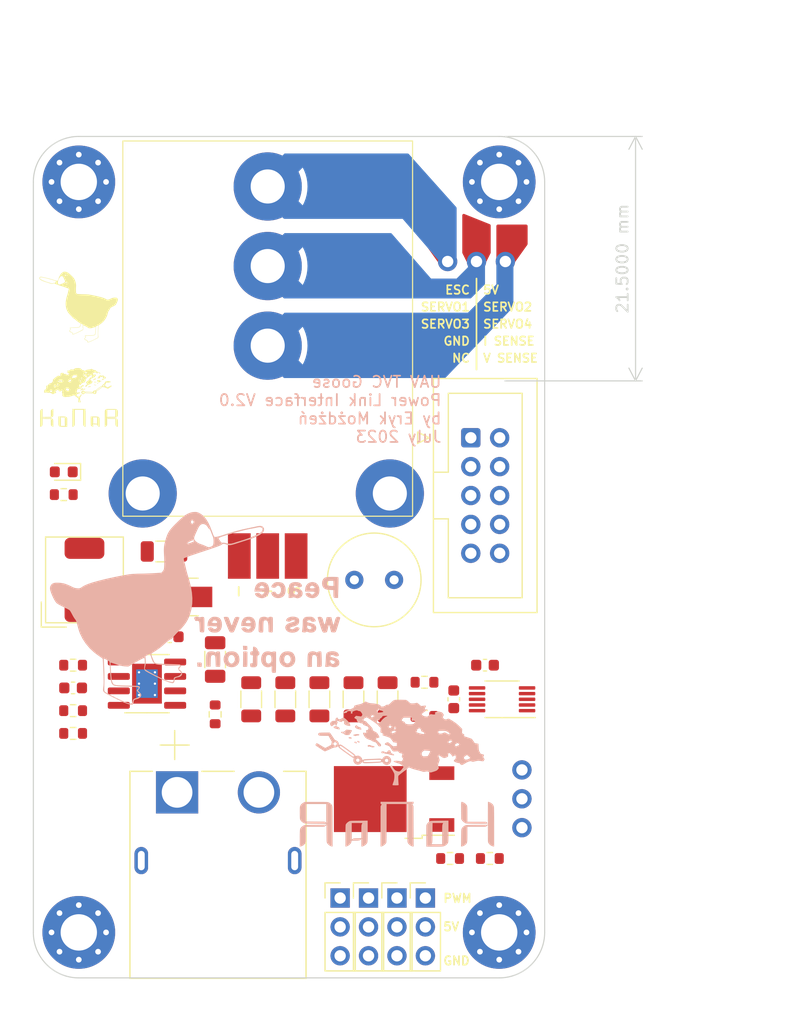
<source format=kicad_pcb>
(kicad_pcb (version 20211014) (generator pcbnew)
  (layers (0 "F.Cu" signal) (31 "B.Cu" signal) (34 "B.Paste" user) (35 "F.Paste" user) (36 "B.SilkS" user "B.Silkscreen") (37 "F.SilkS" user "F.Silkscreen") (38 "B.Mask" user) (39 "F.Mask" user) (44 "Edge.Cuts" user))
  (net 0 "")
  (net 1 "GND")
  (net 2 "/BST")
  (net 3 "/SW")
  (net 4 "/COMP")
  (net 5 "Net-(C4-Pad2)")
  (net 6 "+5V")
  (net 7 "/SUPPLY")
  (net 8 "Net-(D1-Pad2)")
  (net 9 "/PWM_ESC")
  (net 10 "/PWM_SERVO1")
  (net 11 "/PWM_SERVO2")
  (net 12 "/PWM_SERVO3")
  (net 13 "/PWM_SERVO4")
  (net 15 "/MOSFET_GATE")
  (net 16 "Net-(R2-Pad2)")
  (net 17 "/FREQ")
  (net 18 "/FB")
  (net 20 "/L1")
  (net 21 "/L2")
  (net 22 "/L3")
  (net 25 "/BATTERY_IN")
  (net 26 "VBUS")
  (net 27 "/I2C_SDA")
  (net 28 "/I2C_SCL")
  (net 30 "/VIN-")
  (net 31 "/VIN+")
  (footprint "Resistor_SMD:R_0603_1608Metric" (layer "F.Cu") (at 134.175 108.5 180)
    (fp_text reference "R1")
    (fp_text value "10k")
    (pad "1" smd roundrect (at -0.825 0 180) (size 0.8 0.95) (layers "F.Cu" "F.Paste" "F.Mask") (net 25 "/BATTERY_IN"))
    (pad "2" smd roundrect (at 0.825 0 180) (size 0.8 0.95) (layers "F.Cu" "F.Paste" "F.Mask") (net 15 "/MOSFET_GATE"))
  )
  (footprint "goose:AMASS_XT60PW-M" (layer "F.Cu") (at 113.75 108.68425 180)
    (fp_text reference "J1")
    (fp_text value "Conn_01x02")
    (pad "1" thru_hole rect (at 3.6 6 180) (size 3.716 3.716) (drill 2.7) (layers *.Cu *.Mask) (net 1 "GND"))
    (pad "2" thru_hole circle (at -3.6 6 180) (size 3.716 3.716) (drill 2.7) (layers *.Cu *.Mask) (net 25 "/BATTERY_IN"))
    (pad "S1" thru_hole oval (at 6.75 0 180) (size 1.2 2.4) (drill oval 0.6 1.7) (layers *.Cu *.Mask))
    (pad "S2" thru_hole oval (at -6.75 0 180) (size 1.2 2.4) (drill oval 0.6 1.7) (layers *.Cu *.Mask))
  )
  (footprint "MountingHole:MountingHole_3.2mm_M3_Pad_Via" (layer "F.Cu") (at 138.5 115)
    (fp_text reference "H4")
    (fp_text value "MountingHole_Pad")
    (pad "1" thru_hole circle (at 2.4 0) (size 0.8 0.8) (drill 0.5) (layers *.Cu *.Mask) (net 1 "GND"))
    (pad "1" thru_hole circle (at 1.697056 -1.697056) (size 0.8 0.8) (drill 0.5) (layers *.Cu *.Mask) (net 1 "GND"))
    (pad "1" thru_hole circle (at -1.697056 1.697056) (size 0.8 0.8) (drill 0.5) (layers *.Cu *.Mask) (net 1 "GND"))
    (pad "1" thru_hole circle (at -2.4 0) (size 0.8 0.8) (drill 0.5) (layers *.Cu *.Mask) (net 1 "GND"))
    (pad "1" thru_hole circle (at 0 0) (size 6.4 6.4) (drill 3.2) (layers *.Cu *.Mask) (net 1 "GND"))
    (pad "1" thru_hole circle (at -1.697056 -1.697056) (size 0.8 0.8) (drill 0.5) (layers *.Cu *.Mask) (net 1 "GND"))
    (pad "1" thru_hole circle (at 0 -2.4) (size 0.8 0.8) (drill 0.5) (layers *.Cu *.Mask) (net 1 "GND"))
    (pad "1" thru_hole circle (at 0 2.4) (size 0.8 0.8) (drill 0.5) (layers *.Cu *.Mask) (net 1 "GND"))
    (pad "1" thru_hole circle (at 1.697056 1.697056) (size 0.8 0.8) (drill 0.5) (layers *.Cu *.Mask) (net 1 "GND"))
  )
  (footprint "Package_SO:SOIC-8-1EP_3.9x4.9mm_P1.27mm_EP2.62x3.51mm_ThermalVias" (layer "F.Cu") (at 107.5 93.125)
    (fp_text reference "U2")
    (fp_text value "MP1584")
    (pad "1" smd roundrect (at -2.48 -1.905) (size 1.94 0.6) (layers "F.Cu" "F.Paste" "F.Mask") (net 3 "/SW"))
    (pad "2" smd roundrect (at -2.48 -0.635) (size 1.94 0.6) (layers "F.Cu" "F.Paste" "F.Mask"))
    (pad "3" smd roundrect (at -2.48 0.635) (size 1.94 0.6) (layers "F.Cu" "F.Paste" "F.Mask") (net 4 "/COMP"))
    (pad "4" smd roundrect (at -2.48 1.905) (size 1.94 0.6) (layers "F.Cu" "F.Paste" "F.Mask") (net 18 "/FB"))
    (pad "5" smd roundrect (at 2.48 1.905) (size 1.94 0.6) (layers "F.Cu" "F.Paste" "F.Mask") (net 1 "GND"))
    (pad "6" smd roundrect (at 2.48 0.635) (size 1.94 0.6) (layers "F.Cu" "F.Paste" "F.Mask") (net 17 "/FREQ"))
    (pad "7" smd roundrect (at 2.48 -0.635) (size 1.94 0.6) (layers "F.Cu" "F.Paste" "F.Mask") (net 26 "VBUS"))
    (pad "8" smd roundrect (at 2.48 -1.905) (size 1.94 0.6) (layers "F.Cu" "F.Paste" "F.Mask") (net 2 "/BST"))
    (pad "9" thru_hole circle (at -0.7 0) (size 0.5 0.5) (drill 0.2) (layers *.Cu))
    (pad "9" thru_hole circle (at -0.7 -1) (size 0.5 0.5) (drill 0.2) (layers *.Cu))
    (pad "9" thru_hole circle (at 0.7 -1) (size 0.5 0.5) (drill 0.2) (layers *.Cu))
    (pad "9" smd rect (at 0 0) (size 1.9 2.5) (layers "B.Cu"))
    (pad "9" smd rect (at 0 0) (size 2.62 3.51) (layers "F.Cu" "F.Mask"))
    (pad "9" thru_hole circle (at -0.7 1) (size 0.5 0.5) (drill 0.2) (layers *.Cu))
    (pad "9" thru_hole circle (at 0.7 1) (size 0.5 0.5) (drill 0.2) (layers *.Cu))
    (pad "9" thru_hole circle (at 0.7 0) (size 0.5 0.5) (drill 0.2) (layers *.Cu))
  )
  (footprint "Capacitor_SMD:C_1206_3216Metric" (layer "F.Cu") (at 109 81.5 180)
    (fp_text reference "C5")
    (fp_text value "22u/25V")
    (pad "1" smd roundrect (at -1.475 0 180) (size 1.15 1.8) (layers "F.Cu" "F.Paste" "F.Mask") (roundrect_rratio 0.217391) (net 1 "GND"))
    (pad "2" smd roundrect (at 1.475 0 180) (size 1.15 1.8) (layers "F.Cu" "F.Paste" "F.Mask") (roundrect_rratio 0.217391) (net 6 "+5V"))
  )
  (footprint "Capacitor_SMD:C_0603_1608Metric" (layer "F.Cu") (at 137.25 91.5 180)
    (fp_text reference "C7")
    (fp_text value "100n")
    (pad "1" smd roundrect (at -0.775 0 180) (size 0.9 0.95) (layers "F.Cu" "F.Paste" "F.Mask") (net 1 "GND"))
    (pad "2" smd roundrect (at 0.775 0 180) (size 0.9 0.95) (layers "F.Cu" "F.Paste" "F.Mask") (net 6 "+5V"))
  )
  (footprint "goose:tht_pin_01x03" (layer "F.Cu") (at 140.5 105.79)
    (fp_text reference "SW1")
    (fp_text value "SW_Push_SPDT")
    (pad "1" thru_hole circle (at 0 -5.08) (size 1.7 1.7) (drill 1) (layers *.Cu *.Mask) (net 1 "GND"))
    (pad "2" thru_hole circle (at 0 -2.54) (size 1.7 1.7) (drill 1) (layers *.Cu *.Mask) (net 16 "Net-(R2-Pad2)"))
    (pad "3" thru_hole circle (at 0 0) (size 1.7 1.7) (drill 1) (layers *.Cu *.Mask))
  )
  (footprint "goose:tht_pin_01x03" (layer "F.Cu") (at 133.96 56 -90)
    (fp_text reference "J2")
    (fp_text value "Conn_01x03")
    (pad "1" thru_hole circle (at 0 -5.08 270) (size 1.7 1.7) (drill 1) (layers *.Cu *.Mask) (net 20 "/L1"))
    (pad "2" thru_hole circle (at 0 -2.54 270) (size 1.7 1.7) (drill 1) (layers *.Cu *.Mask) (net 21 "/L2"))
    (pad "3" thru_hole circle (at 0 0 270) (size 1.7 1.7) (drill 1) (layers *.Cu *.Mask) (net 22 "/L3"))
  )
  (footprint "Connector_PinHeader_2.54mm:PinHeader_1x03_P2.54mm_Vertical" (layer "F.Cu") (at 132 111.975)
    (fp_text reference "J7")
    (fp_text value "Conn_01x03")
    (pad "1" thru_hole rect (at 0 0) (size 1.7 1.7) (drill 1) (layers *.Cu *.Mask) (net 13 "/PWM_SERVO4"))
    (pad "2" thru_hole oval (at 0 2.54) (size 1.7 1.7) (drill 1) (layers *.Cu *.Mask) (net 6 "+5V"))
    (pad "3" thru_hole oval (at 0 5.08) (size 1.7 1.7) (drill 1) (layers *.Cu *.Mask) (net 1 "GND"))
  )
  (footprint "Connector_IDC:IDC-Header_2x05_P2.54mm_Vertical" (layer "F.Cu") (at 136 71.5)
    (fp_text reference "J3")
    (fp_text value "Conn_02x05_Odd_Even")
    (pad "1" thru_hole roundrect (at 0 0) (size 1.7 1.7) (drill 1) (layers *.Cu *.Mask) (roundrect_rratio 0.147059) (net 9 "/PWM_ESC"))
    (pad "2" thru_hole circle (at 2.54 0) (size 1.7 1.7) (drill 1) (layers *.Cu *.Mask) (net 6 "+5V"))
    (pad "3" thru_hole circle (at 0 2.54) (size 1.7 1.7) (drill 1) (layers *.Cu *.Mask) (net 10 "/PWM_SERVO1"))
    (pad "4" thru_hole circle (at 2.54 2.54) (size 1.7 1.7) (drill 1) (layers *.Cu *.Mask) (net 11 "/PWM_SERVO2"))
    (pad "5" thru_hole circle (at 0 5.08) (size 1.7 1.7) (drill 1) (layers *.Cu *.Mask) (net 12 "/PWM_SERVO3"))
    (pad "6" thru_hole circle (at 2.54 5.08) (size 1.7 1.7) (drill 1) (layers *.Cu *.Mask) (net 13 "/PWM_SERVO4"))
    (pad "7" thru_hole circle (at 0 7.62) (size 1.7 1.7) (drill 1) (layers *.Cu *.Mask) (net 1 "GND"))
    (pad "8" thru_hole circle (at 2.54 7.62) (size 1.7 1.7) (drill 1) (layers *.Cu *.Mask) (net 27 "/I2C_SDA"))
    (pad "9" thru_hole circle (at 0 10.16) (size 1.7 1.7) (drill 1) (layers *.Cu *.Mask))
    (pad "10" thru_hole circle (at 2.54 10.16) (size 1.7 1.7) (drill 1) (layers *.Cu *.Mask) (net 28 "/I2C_SCL"))
  )
  (footprint "Inductor_SMD:L_AVX_LMLP07A7" (layer "F.Cu") (at 102 84 90)
    (fp_text reference "L1")
    (fp_text value "22u")
    (pad "1" smd roundrect (at -2.775 0 90) (size 1.85 3.5) (layers "F.Cu" "F.Paste" "F.Mask") (net 3 "/SW"))
    (pad "2" smd roundrect (at 2.775 0 90) (size 1.85 3.5) (layers "F.Cu" "F.Paste" "F.Mask") (net 6 "+5V"))
  )
  (footprint "Resistor_SMD:R_1206_3216Metric" (layer "F.Cu") (at 116.675 94.5 -90)
    (fp_text reference "R10")
    (fp_text value "10m")
    (pad "1" smd roundrect (at -1.4625 0 270) (size 1.125 1.75) (layers "F.Cu" "F.Paste" "F.Mask") (roundrect_rratio 0.222222) (net 26 "VBUS"))
    (pad "2" smd roundrect (at 1.4625 0 270) (size 1.125 1.75) (layers "F.Cu" "F.Paste" "F.Mask") (roundrect_rratio 0.222222) (net 7 "/SUPPLY"))
  )
  (footprint "Resistor_SMD:R_0603_1608Metric" (layer "F.Cu") (at 131.925 93)
    (fp_text reference "R12")
    (fp_text value "10")
    (pad "1" smd roundrect (at -0.825 0) (size 0.8 0.95) (layers "F.Cu" "F.Paste" "F.Mask") (net 26 "VBUS"))
    (pad "2" smd roundrect (at 0.825 0) (size 0.8 0.95) (layers "F.Cu" "F.Paste" "F.Mask") (net 30 "/VIN-"))
  )
  (footprint "Capacitor_SMD:C_0603_1608Metric" (layer "F.Cu") (at 134.5 94.5 -90)
    (fp_text reference "C6")
    (fp_text value "100n")
    (pad "1" smd roundrect (at -0.775 0 270) (size 0.9 0.95) (layers "F.Cu" "F.Paste" "F.Mask") (net 30 "/VIN-"))
    (pad "2" smd roundrect (at 0.775 0 270) (size 0.9 0.95) (layers "F.Cu" "F.Paste" "F.Mask") (net 31 "/VIN+"))
  )
  (footprint "Resistor_SMD:R_0603_1608Metric" (layer "F.Cu") (at 101 95.5 180)
    (fp_text reference "R13")
    (fp_text value "210k")
    (pad "1" smd roundrect (at -0.825 0 180) (size 0.8 0.95) (layers "F.Cu" "F.Paste" "F.Mask") (net 18 "/FB"))
    (pad "2" smd roundrect (at 0.825 0 180) (size 0.8 0.95) (layers "F.Cu" "F.Paste" "F.Mask") (net 6 "+5V"))
  )
  (footprint "Resistor_SMD:R_1206_3216Metric" (layer "F.Cu") (at 122.675 94.5 -90)
    (fp_text reference "R4")
    (fp_text value "10m")
    (pad "1" smd roundrect (at -1.4625 0 270) (size 1.125 1.75) (layers "F.Cu" "F.Paste" "F.Mask") (roundrect_rratio 0.222222) (net 26 "VBUS"))
    (pad "2" smd roundrect (at 1.4625 0 270) (size 1.125 1.75) (layers "F.Cu" "F.Paste" "F.Mask") (roundrect_rratio 0.222222) (net 7 "/SUPPLY"))
  )
  (footprint "Package_TO_SOT_SMD:TO-252-2" (layer "F.Cu") (at 129.25 103.275 180)
    (fp_text reference "Q1")
    (fp_text value "IRFR5305")
    (pad "1" smd rect (at -4.2 -2.28 180) (size 2.2 1.2) (layers "F.Cu" "F.Paste" "F.Mask") (net 15 "/MOSFET_GATE"))
    (pad "2" smd rect (at 2.1 0 180) (size 6.4 5.8) (layers "F.Cu" "F.Mask") (net 7 "/SUPPLY"))
    (pad "3" smd rect (at -4.2 2.28 180) (size 2.2 1.2) (layers "F.Cu" "F.Paste" "F.Mask") (net 25 "/BATTERY_IN"))
  )
  (footprint "Resistor_SMD:R_0603_1608Metric" (layer "F.Cu") (at 113.5 95.825 -90)
    (fp_text reference "R3")
    (fp_text value "100k")
    (pad "1" smd roundrect (at -0.825 0 270) (size 0.8 0.95) (layers "F.Cu" "F.Paste" "F.Mask") (net 17 "/FREQ"))
    (pad "2" smd roundrect (at 0.825 0 270) (size 0.8 0.95) (layers "F.Cu" "F.Paste" "F.Mask") (net 1 "GND"))
  )
  (footprint "Resistor_SMD:R_0603_1608Metric" (layer "F.Cu") (at 131.925 96)
    (fp_text reference "R11")
    (fp_text value "10")
    (pad "1" smd roundrect (at -0.825 0) (size 0.8 0.95) (layers "F.Cu" "F.Paste" "F.Mask") (net 7 "/SUPPLY"))
    (pad "2" smd roundrect (at 0.825 0) (size 0.8 0.95) (layers "F.Cu" "F.Paste" "F.Mask") (net 31 "/VIN+"))
  )
  (footprint "MountingHole:MountingHole_3.2mm_M3_Pad_Via" (layer "F.Cu") (at 138.5 49)
    (fp_text reference "H2")
    (fp_text value "MountingHole_Pad")
    (pad "1" thru_hole circle (at 0 -2.4) (size 0.8 0.8) (drill 0.5) (layers *.Cu *.Mask) (net 1 "GND"))
    (pad "1" thru_hole circle (at 1.697056 1.697056) (size 0.8 0.8) (drill 0.5) (layers *.Cu *.Mask) (net 1 "GND"))
    (pad "1" thru_hole circle (at 2.4 0) (size 0.8 0.8) (drill 0.5) (layers *.Cu *.Mask) (net 1 "GND"))
    (pad "1" thru_hole circle (at -2.4 0) (size 0.8 0.8) (drill 0.5) (layers *.Cu *.Mask) (net 1 "GND"))
    (pad "1" thru_hole circle (at -1.697056 -1.697056) (size 0.8 0.8) (drill 0.5) (layers *.Cu *.Mask) (net 1 "GND"))
    (pad "1" thru_hole circle (at 1.697056 -1.697056) (size 0.8 0.8) (drill 0.5) (layers *.Cu *.Mask) (net 1 "GND"))
    (pad "1" thru_hole circle (at -1.697056 1.697056) (size 0.8 0.8) (drill 0.5) (layers *.Cu *.Mask) (net 1 "GND"))
    (pad "1" thru_hole circle (at 0 0) (size 6.4 6.4) (drill 3.2) (layers *.Cu *.Mask) (net 1 "GND"))
    (pad "1" thru_hole circle (at 0 2.4) (size 0.8 0.8) (drill 0.5) (layers *.Cu *.Mask) (net 1 "GND"))
  )
  (footprint "Capacitor_SMD:C_0603_1608Metric" (layer "F.Cu") (at 109.5 89 180)
    (fp_text reference "C3")
    (fp_text value "100n")
    (pad "1" smd roundrect (at -0.775 0 180) (size 0.9 0.95) (layers "F.Cu" "F.Paste" "F.Mask") (net 2 "/BST"))
    (pad "2" smd roundrect (at 0.775 0 180) (size 0.9 0.95) (layers "F.Cu" "F.Paste" "F.Mask") (net 3 "/SW"))
  )
  (footprint "Resistor_SMD:R_1206_3216Metric" (layer "F.Cu") (at 119.675 94.5 -90)
    (fp_text reference "R8")
    (fp_text value "10m")
    (pad "1" smd roundrect (at -1.4625 0 270) (size 1.125 1.75) (layers "F.Cu" "F.Paste" "F.Mask") (roundrect_rratio 0.222222) (net 26 "VBUS"))
    (pad "2" smd roundrect (at 1.4625 0 270) (size 1.125 1.75) (layers "F.Cu" "F.Paste" "F.Mask") (roundrect_rratio 0.222222) (net 7 "/SUPPLY"))
  )
  (footprint "Connector_PinHeader_2.54mm:PinHeader_1x03_P2.54mm_Vertical" (layer "F.Cu") (at 127 111.975)
    (fp_text reference "J5")
    (fp_text value "Conn_01x03")
    (pad "1" thru_hole rect (at 0 0) (size 1.7 1.7) (drill 1) (layers *.Cu *.Mask) (net 11 "/PWM_SERVO2"))
    (pad "2" thru_hole oval (at 0 2.54) (size 1.7 1.7) (drill 1) (layers *.Cu *.Mask) (net 6 "+5V"))
    (pad "3" thru_hole oval (at 0 5.08) (size 1.7 1.7) (drill 1) (layers *.Cu *.Mask) (net 1 "GND"))
  )
  (footprint "Resistor_SMD:R_0603_1608Metric" (layer "F.Cu") (at 101 91.5)
    (fp_text reference "R9")
    (fp_text value "100k")
    (pad "1" smd roundrect (at -0.825 0) (size 0.8 0.95) (layers "F.Cu" "F.Paste" "F.Mask") (net 5 "Net-(C4-Pad2)"))
    (pad "2" smd roundrect (at 0.825 0) (size 0.8 0.95) (layers "F.Cu" "F.Paste" "F.Mask") (net 1 "GND"))
  )
  (footprint "Resistor_SMD:R_0603_1608Metric" (layer "F.Cu") (at 101 97.5)
    (fp_text reference "R14")
    (fp_text value "39k")
    (pad "1" smd roundrect (at -0.825 0) (size 0.8 0.95) (layers "F.Cu" "F.Paste" "F.Mask") (net 1 "GND"))
    (pad "2" smd roundrect (at 0.825 0) (size 0.8 0.95) (layers "F.Cu" "F.Paste" "F.Mask") (net 18 "/FB"))
  )
  (footprint "Diode_SMD:D_SMA" (layer "F.Cu") (at 110 85.5)
    (fp_text reference "D2")
    (fp_text value "SS34")
    (pad "1" smd rect (at -2 0) (size 2.5 1.8) (layers "F.Cu" "F.Paste" "F.Mask") (net 3 "/SW"))
    (pad "2" smd rect (at 2 0) (size 2.5 1.8) (layers "F.Cu" "F.Paste" "F.Mask") (net 1 "GND"))
  )
  (footprint "Resistor_SMD:R_1206_3216Metric" (layer "F.Cu") (at 128.675 94.5 -90)
    (fp_text reference "R7")
    (fp_text value "10m")
    (pad "1" smd roundrect (at -1.4625 0 270) (size 1.125 1.75) (layers "F.Cu" "F.Paste" "F.Mask") (roundrect_rratio 0.222222) (net 26 "VBUS"))
    (pad "2" smd roundrect (at 1.4625 0 270) (size 1.125 1.75) (layers "F.Cu" "F.Paste" "F.Mask") (roundrect_rratio 0.222222) (net 7 "/SUPPLY"))
  )
  (footprint "Capacitor_SMD:C_0603_1608Metric" (layer "F.Cu") (at 101 93.5 180)
    (fp_text reference "C4")
    (fp_text value "150p")
    (pad "1" smd roundrect (at -0.775 0 180) (size 0.9 0.95) (layers "F.Cu" "F.Paste" "F.Mask") (net 4 "/COMP"))
    (pad "2" smd roundrect (at 0.775 0 180) (size 0.9 0.95) (layers "F.Cu" "F.Paste" "F.Mask") (net 5 "Net-(C4-Pad2)"))
  )
  (footprint "Capacitor_SMD:C_1206_3216Metric" (layer "F.Cu") (at 113.5 91 -90)
    (fp_text reference "C2")
    (fp_text value "10u/50V")
    (pad "1" smd roundrect (at -1.475 0 270) (size 1.15 1.8) (layers "F.Cu" "F.Paste" "F.Mask") (roundrect_rratio 0.217391) (net 1 "GND"))
    (pad "2" smd roundrect (at 1.475 0 270) (size 1.15 1.8) (layers "F.Cu" "F.Paste" "F.Mask") (roundrect_rratio 0.217391) (net 26 "VBUS"))
  )
  (footprint "Connector_PinHeader_2.54mm:PinHeader_1x03_P2.54mm_Vertical" (layer "F.Cu") (at 129.5 111.975)
    (fp_text reference "J6")
    (fp_text value "Conn_01x03")
    (pad "1" thru_hole rect (at 0 0) (size 1.7 1.7) (drill 1) (layers *.Cu *.Mask) (net 12 "/PWM_SERVO3"))
    (pad "2" thru_hole oval (at 0 2.54) (size 1.7 1.7) (drill 1) (layers *.Cu *.Mask) (net 6 "+5V"))
    (pad "3" thru_hole oval (at 0 5.08) (size 1.7 1.7) (drill 1) (layers *.Cu *.Mask) (net 1 "GND"))
  )
  (footprint "Resistor_SMD:R_1206_3216Metric" (layer "F.Cu") (at 125.675 94.5 -90)
    (fp_text reference "R5")
    (fp_text value "10m")
    (pad "1" smd roundrect (at -1.4625 0 270) (size 1.125 1.75) (layers "F.Cu" "F.Paste" "F.Mask") (roundrect_rratio 0.222222) (net 26 "VBUS"))
    (pad "2" smd roundrect (at 1.4625 0 270) (size 1.125 1.75) (layers "F.Cu" "F.Paste" "F.Mask") (roundrect_rratio 0.222222) (net 7 "/SUPPLY"))
  )
  (footprint "Resistor_SMD:R_0603_1608Metric" (layer "F.Cu") (at 137.675 108.5)
    (fp_text reference "R2")
    (fp_text value "1k")
    (pad "1" smd roundrect (at -0.825 0) (size 0.8 0.95) (layers "F.Cu" "F.Paste" "F.Mask") (net 15 "/MOSFET_GATE"))
    (pad "2" smd roundrect (at 0.825 0) (size 0.8 0.95) (layers "F.Cu" "F.Paste" "F.Mask") (net 16 "Net-(R2-Pad2)"))
  )
  (footprint "MountingHole:MountingHole_3.2mm_M3_Pad_Via" (layer "F.Cu") (at 101.5 115)
    (fp_text reference "H3")
    (fp_text value "MountingHole_Pad")
    (pad "1" thru_hole circle (at -1.697056 -1.697056) (size 0.8 0.8) (drill 0.5) (layers *.Cu *.Mask) (net 1 "GND"))
    (pad "1" thru_hole circle (at 1.697056 1.697056) (size 0.8 0.8) (drill 0.5) (layers *.Cu *.Mask) (net 1 "GND"))
    (pad "1" thru_hole circle (at -1.697056 1.697056) (size 0.8 0.8) (drill 0.5) (layers *.Cu *.Mask) (net 1 "GND"))
    (pad "1" thru_hole circle (at 2.4 0) (size 0.8 0.8) (drill 0.5) (layers *.Cu *.Mask) (net 1 "GND"))
    (pad "1" thru_hole circle (at 0 0) (size 6.4 6.4) (drill 3.2) (layers *.Cu *.Mask) (net 1 "GND"))
    (pad "1" thru_hole circle (at 0 -2.4) (size 0.8 0.8) (drill 0.5) (layers *.Cu *.Mask) (net 1 "GND"))
    (pad "1" thru_hole circle (at 1.697056 -1.697056) (size 0.8 0.8) (drill 0.5) (layers *.Cu *.Mask) (net 1 "GND"))
    (pad "1" thru_hole circle (at -2.4 0) (size 0.8 0.8) (drill 0.5) (layers *.Cu *.Mask) (net 1 "GND"))
    (pad "1" thru_hole circle (at 0 2.4) (size 0.8 0.8) (drill 0.5) (layers *.Cu *.Mask) (net 1 "GND"))
  )
  (footprint "Capacitor_THT:C_Radial_D8.0mm_H11.5mm_P3.50mm" (layer "F.Cu") (at 129.25 84 180)
    (fp_text reference "C1")
    (fp_text value "470u/25V")
    (pad "1" thru_hole circle (at 0 0 180) (size 1.6 1.6) (drill 0.8) (layers *.Cu *.Mask) (net 26 "VBUS"))
    (pad "2" thru_hole circle (at 3.5 0 180) (size 1.6 1.6) (drill 0.8) (layers *.Cu *.Mask) (net 1 "GND"))
  )
  (footprint "MountingHole:MountingHole_3.2mm_M3_Pad_Via" (layer "F.Cu") (at 101.5 49)
    (fp_text reference "H1")
    (fp_text value "MountingHole_Pad")
    (pad "1" thru_hole circle (at 1.697056 1.697056) (size 0.8 0.8) (drill 0.5) (layers *.Cu *.Mask) (net 1 "GND"))
    (pad "1" thru_hole circle (at -1.697056 1.697056) (size 0.8 0.8) (drill 0.5) (layers *.Cu *.Mask) (net 1 "GND"))
    (pad "1" thru_hole circle (at 0 2.4) (size 0.8 0.8) (drill 0.5) (layers *.Cu *.Mask) (net 1 "GND"))
    (pad "1" thru_hole circle (at -2.4 0) (size 0.8 0.8) (drill 0.5) (layers *.Cu *.Mask) (net 1 "GND"))
    (pad "1" thru_hole circle (at -1.697056 -1.697056) (size 0.8 0.8) (drill 0.5) (layers *.Cu *.Mask) (net 1 "GND"))
    (pad "1" thru_hole circle (at 2.4 0) (size 0.8 0.8) (drill 0.5) (layers *.Cu *.Mask) (net 1 "GND"))
    (pad "1" thru_hole circle (at 0 -2.4) (size 0.8 0.8) (drill 0.5) (layers *.Cu *.Mask) (net 1 "GND"))
    (pad "1" thru_hole circle (at 0 0) (size 6.4 6.4) (drill 3.2) (layers *.Cu *.Mask) (net 1 "GND"))
    (pad "1" thru_hole circle (at 1.697056 -1.697056) (size 0.8 0.8) (drill 0.5) (layers *.Cu *.Mask) (net 1 "GND"))
  )
  (footprint "LED_SMD:LED_0603_1608Metric" (layer "F.Cu") (at 100.175 74.5 180)
    (fp_text reference "D1")
    (fp_text value "RED")
    (pad "1" smd roundrect (at -0.7875 0 180) (size 0.875 0.95) (layers "F.Cu" "F.Paste" "F.Mask") (net 1 "GND"))
    (pad "2" smd roundrect (at 0.7875 0 180) (size 0.875 0.95) (layers "F.Cu" "F.Paste" "F.Mask") (net 8 "Net-(D1-Pad2)"))
  )
  (footprint "LOGO" (layer "F.Cu") (at 100.25 60)
    (fp_text reference "G***")
    (fp_text value "LOGO" hide)
  )
  (footprint "Package_SO:VSSOP-10_3x3mm_P0.5mm" (layer "F.Cu") (at 138.75 94.5 180)
    (fp_text reference "U3")
    (fp_text value "INA226")
    (pad "1" smd roundrect (at -2.2 -1 180) (size 1.45 0.3) (layers "F.Cu" "F.Paste" "F.Mask") (net 1 "GND"))
    (pad "2" smd roundrect (at -2.2 -0.5 180) (size 1.45 0.3) (layers "F.Cu" "F.Paste" "F.Mask") (net 1 "GND"))
    (pad "3" smd roundrect (at -2.2 0 180) (size 1.45 0.3) (layers "F.Cu" "F.Paste" "F.Mask"))
    (pad "4" smd roundrect (at -2.2 0.5 180) (size 1.45 0.3) (layers "F.Cu" "F.Paste" "F.Mask") (net 27 "/I2C_SDA"))
    (pad "5" smd roundrect (at -2.2 1 180) (size 1.45 0.3) (layers "F.Cu" "F.Paste" "F.Mask") (net 28 "/I2C_SCL"))
    (pad "6" smd roundrect (at 2.2 1 180) (size 1.45 0.3) (layers "F.Cu" "F.Paste" "F.Mask") (net 6 "+5V"))
    (pad "7" smd roundrect (at 2.2 0.5 180) (size 1.45 0.3) (layers "F.Cu" "F.Paste" "F.Mask") (net 1 "GND"))
    (pad "8" smd roundrect (at 2.2 0 180) (size 1.45 0.3) (layers "F.Cu" "F.Paste" "F.Mask") (net 30 "/VIN-"))
    (pad "9" smd roundrect (at 2.2 -0.5 180) (size 1.45 0.3) (layers "F.Cu" "F.Paste" "F.Mask") (net 30 "/VIN-"))
    (pad "10" smd roundrect (at 2.2 -1 180) (size 1.45 0.3) (layers "F.Cu" "F.Paste" "F.Mask") (net 31 "/VIN+"))
  )
  (footprint "Connector_PinHeader_2.54mm:PinHeader_1x03_P2.54mm_Vertical" (layer "F.Cu") (at 124.5 111.975)
    (fp_text reference "J4")
    (fp_text value "Conn_01x03")
    (pad "1" thru_hole rect (at 0 0) (size 1.7 1.7) (drill 1) (layers *.Cu *.Mask) (net 10 "/PWM_SERVO1"))
    (pad "2" thru_hole oval (at 0 2.54) (size 1.7 1.7) (drill 1) (layers *.Cu *.Mask) (net 6 "+5V"))
    (pad "3" thru_hole oval (at 0 5.08) (size 1.7 1.7) (drill 1) (layers *.Cu *.Mask) (net 1 "GND"))
  )
  (footprint "LOGO" (layer "F.Cu") (at 101.5 68.5)
    (fp_text reference "G***")
    (fp_text value "LOGO" hide)
  )
  (footprint "Resistor_SMD:R_0603_1608Metric" (layer "F.Cu") (at 100.175 76.5 180)
    (fp_text reference "R6")
    (fp_text value "1k")
    (pad "1" smd roundrect (at -0.825 0 180) (size 0.8 0.95) (layers "F.Cu" "F.Paste" "F.Mask") (net 6 "+5V"))
    (pad "2" smd roundrect (at 0.825 0 180) (size 0.8 0.95) (layers "F.Cu" "F.Paste" "F.Mask") (net 8 "Net-(D1-Pad2)"))
  )
  (footprint "goose:ESC" (layer "F.Cu") (at 118.125 61.9 90)
    (fp_text reference "U1")
    (fp_text value "ESC")
    (fp_text user "-" (at -23.1 -2.625 90 unlocked) (layer "F.SilkS"))
    (fp_text user "S" (at -23.1 2.375 90 unlocked) (layer "F.SilkS"))
    (fp_text user "+" (at -23.1 -0.125 90 unlocked) (layer "F.SilkS"))
    (pad "1" thru_hole circle (at -14.5 10.75 90) (size 6 6) (drill 3) (layers *.Cu *.Mask) (net 26 "VBUS"))
    (pad "2" thru_hole circle (at -14.5 -11 90) (size 6 6) (drill 3) (layers *.Cu *.Mask) (net 1 "GND"))
    (pad "3" thru_hole circle (at -1.5 0 90) (size 6 6) (drill 3) (layers *.Cu *.Mask) (net 20 "/L1"))
    (pad "4" thru_hole circle (at 5.5 0 90) (size 6 6) (drill 3) (layers *.Cu *.Mask) (net 21 "/L2"))
    (pad "5" thru_hole circle (at 12.5 0 90) (size 6 6) (drill 3) (layers *.Cu *.Mask) (net 22 "/L3"))
    (pad "6" smd rect (at -20 2.5 90) (size 4 2) (layers "F.Cu" "F.Paste" "F.Mask") (net 9 "/PWM_ESC"))
    (pad "7" smd rect (at -20 0 90) (size 4 2) (layers "F.Cu" "F.Paste" "F.Mask"))
    (pad "8" smd rect (at -20 -2.5 90) (size 4 2) (layers "F.Cu" "F.Paste" "F.Mask") (net 1 "GND"))
  )
  (footprint "LOGO" (layer "B.Cu") (at 111.75 86.5 180)
    (fp_text reference "G***")
    (fp_text value "LOGO" hide)
  )
  (footprint "LOGO" (layer "B.Cu") (at 129.544444 102.358051 180)
    (fp_text reference "G***")
    (fp_text value "LOGO" hide)
  )
  (gr_line (start 136.5 57.5) (end 136.5 65.5) (layer "F.SilkS") (width 0.15))
  (gr_arc (start 138.5 45) (mid 141.328427 46.171573) (end 142.5 49) (layer "Edge.Cuts") (width 0.1))
  (gr_line (start 142.5 115) (end 142.5 49) (layer "Edge.Cuts") (width 0.1))
  (gr_line (start 138.5 45) (end 101.5 45) (layer "Edge.Cuts") (width 0.1))
  (gr_arc (start 97.5 49) (mid 98.671573 46.171573) (end 101.5 45) (layer "Edge.Cuts") (width 0.1))
  (gr_line (start 138.5 119) (end 101.5 119) (layer "Edge.Cuts") (width 0.1))
  (gr_line (start 97.5 49) (end 97.5 115) (layer "Edge.Cuts") (width 0.1))
  (gr_arc (start 142.5 115) (mid 141.328427 117.828427) (end 138.5 119) (layer "Edge.Cuts") (width 0.1))
  (gr_arc (start 101.5 119) (mid 98.671573 117.828427) (end 97.5 115) (layer "Edge.Cuts") (width 0.1))
  (gr_text "UAV TVC Goose\nPower Link Interface V2.0\nby Eryk Możdżeń\nJuly 2023" (at 133.5 69) (layer "B.SilkS") (effects (font (size 1 1)) (justify left mirror)))
  (gr_text "V SENSE" (at 137 64.5) (layer "F.SilkS") (effects (font (size 0.75 0.75)) (justify left)))
  (gr_text "SERVO2" (at 137 60) (layer "F.SilkS") (effects (font (size 0.75 0.75)) (justify left)))
  (gr_text "SERVO3" (at 136 61.5) (layer "F.SilkS") (effects (font (size 0.75 0.75)) (justify right)))
  (gr_text "SERVO1" (at 136 60) (layer "F.SilkS") (effects (font (size 0.75 0.75)) (justify right)))
  (gr_text "5V" (at 133.5 114.5) (layer "F.SilkS") (effects (font (size 0.75 0.75)) (justify left)))
  (gr_text "GND" (at 136 63) (layer "F.SilkS") (effects (font (size 0.75 0.75)) (justify right)))
  (gr_text "NC" (at 136 64.5) (layer "F.SilkS") (effects (font (size 0.75 0.75)) (justify right)))
  (gr_text "ESC" (at 136 58.5) (layer "F.SilkS") (effects (font (size 0.75 0.75)) (justify right)))
  (gr_text "PWM" (at 133.5 112) (layer "F.SilkS") (effects (font (size 0.75 0.75)) (justify left)))
  (gr_text "SERVO4" (at 137 61.5) (layer "F.SilkS") (effects (font (size 0.75 0.75)) (justify left)))
  (gr_text "I SENSE" (at 137 63) (layer "F.SilkS") (effects (font (size 0.75 0.75)) (justify left)))
  (gr_text "5V" (at 137 58.5) (layer "F.SilkS") (effects (font (size 0.75 0.75)) (justify left)))
  (gr_text "GND" (at 133.5 117.5) (layer "F.SilkS") (effects (font (size 0.75 0.75)) (justify left)))
  (dimension (type aligned) (layer "Edge.Cuts") (pts (xy 138.5 45) (xy 138.5 66.5)) (height -12) (gr_text "21.5000 mm" (at 149.35 55.75 90) (layer "Edge.Cuts") (effects (font (size 1 1) (thickness 0.15)))) (format (units 3) (units_format 1) (precision 4)) (style (thickness 0.1) (arrow_length 1.27) (text_position_mode 0) (extension_height 0.58642) (extension_offset 0.5) keep_text_aligned))
  (zone (net 21) (net_name "/L2") (layer "F.Cu") (connect_pads (clearance 0.508)) (min_thickness 0.254) (fill yes (thermal_gap 0.5) (thermal_bridge_width 2))
    (polygon (pts (xy 137.75 55.25) (xy 137.25 56.25) (xy 135.75 56.25) (xy 135.25 55.25) (xy 135.25 51.75) (xy 137.75 52.75)))
  )
  (zone (net 20) (net_name "/L1") (layer "F.Cu") (connect_pads (clearance 0.508)) (min_thickness 0.254) (fill yes (thermal_gap 0.5) (thermal_bridge_width 2))
    (polygon (pts (xy 141 54.5) (xy 139.75 56.25) (xy 138.25 56) (xy 138.25 52.75) (xy 141 52.75)))
  )
  (zone (net 22) (net_name "/L3") (layer "F.Cu") (connect_pads (clearance 0.508)) (min_thickness 0.254) (fill yes (thermal_gap 0.5) (thermal_bridge_width 2))
    (polygon (pts (xy 134.75 56) (xy 133.25 56.25) (xy 132 54.5) (xy 132 51.25) (xy 134.75 51.25)))
  )
  (zone (net 22) (net_name "/L3") (layer "B.Cu") (connect_pads (clearance 0.508)) (min_thickness 0.254) (fill yes (thermal_gap 0.5) (thermal_bridge_width 2))
    (polygon (pts (xy 118.25 46.5) (xy 130.5 46.5) (xy 134.75 51.25) (xy 134.75 56) (xy 133.25 56) (xy 130 52.25) (xy 118.25 52.25)))
  )
  (zone (net 21) (net_name "/L2") (layer "B.Cu") (connect_pads (clearance 0.508)) (min_thickness 0.254) (fill yes (thermal_gap 0.5) (thermal_bridge_width 2))
    (polygon (pts (xy 132.5 57.5) (xy 134.75 57.5) (xy 135.75 56.5) (xy 135.75 56) (xy 137.25 56) (xy 137.25 58) (xy 136 59.25) (xy 132.5 59.25) (xy 129 59.25) (xy 118.25 59.25) (xy 118.25 53.5) (xy 129 53.5)))
  )
  (zone (net 20) (net_name "/L1") (layer "B.Cu") (connect_pads (clearance 0.508)) (min_thickness 0.254) (fill yes (thermal_gap 0.5) (thermal_bridge_width 2))
    (polygon (pts (xy 139.75 60) (xy 133.75 66.25) (xy 118.25 66.25) (xy 118.25 60.5) (xy 126.75 60.5) (xy 135.75 60.5) (xy 138.25 58) (xy 138.25 56) (xy 139.75 56)))
  )
)
</source>
